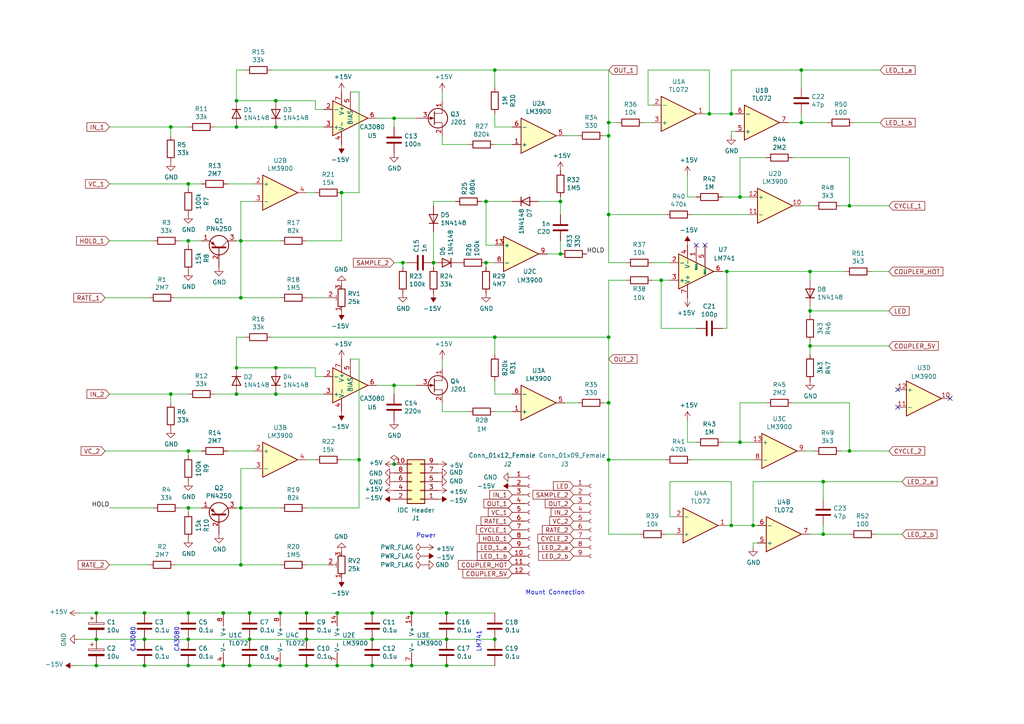
<source format=kicad_sch>
(kicad_sch (version 20230121) (generator eeschema)
  (paper "A4")
  (title_block (title "Smooth and Stepped Generator") (date "2020-05-24") (rev "02") (comment 1 "Original design by Ken Stone") (comment 2 "Schema for main circuit") (comment 4 "License CC BY 4.0 - Attribution 4.0 International"))
  (junction (at 69.85 163.83))
  (junction (at 41.91 177.8))
  (junction (at 162.56 73.66))
  (junction (at 54.61 130.81))
  (junction (at 54.61 185.42))
  (junction (at 27.94 177.8))
  (junction (at 176.53 97.79))
  (junction (at 41.91 185.42))
  (junction (at 143.51 97.79))
  (junction (at 41.91 193.04))
  (junction (at 162.56 58.42))
  (junction (at 88.9 193.04))
  (junction (at 129.54 193.04))
  (junction (at 80.01 29.21))
  (junction (at 80.01 36.83))
  (junction (at 114.3 34.29))
  (junction (at 107.95 177.8))
  (junction (at 176.53 62.23))
  (junction (at 191.77 81.28))
  (junction (at 212.09 152.4))
  (junction (at 140.97 76.2))
  (junction (at 232.41 20.32))
  (junction (at 129.54 185.42))
  (junction (at 68.58 36.83))
  (junction (at 64.77 177.8))
  (junction (at 114.3 111.76))
  (junction (at 214.63 57.15))
  (junction (at 234.95 78.74))
  (junction (at 116.84 76.2))
  (junction (at 143.51 20.32))
  (junction (at 176.53 39.37))
  (junction (at 125.73 76.2))
  (junction (at 72.39 193.04))
  (junction (at 212.09 33.02))
  (junction (at 69.85 86.36))
  (junction (at 97.79 177.8))
  (junction (at 246.38 130.81))
  (junction (at 246.38 59.69))
  (junction (at 107.95 185.42))
  (junction (at 129.54 177.8))
  (junction (at 214.63 128.27))
  (junction (at 114.3 134.62))
  (junction (at 218.44 152.4))
  (junction (at 234.95 100.33))
  (junction (at 176.53 116.84))
  (junction (at 88.9 177.8))
  (junction (at 49.53 114.3))
  (junction (at 81.28 177.8))
  (junction (at 27.94 185.42))
  (junction (at 80.01 114.3))
  (junction (at 49.53 36.83))
  (junction (at 54.61 177.8))
  (junction (at 64.77 193.04))
  (junction (at 119.38 193.04))
  (junction (at 238.76 154.94))
  (junction (at 72.39 185.42))
  (junction (at 54.61 53.34))
  (junction (at 104.14 133.35))
  (junction (at 27.94 193.04))
  (junction (at 232.41 35.56))
  (junction (at 238.76 139.7))
  (junction (at 72.39 177.8))
  (junction (at 234.95 90.17))
  (junction (at 80.01 106.68))
  (junction (at 176.53 133.35))
  (junction (at 81.28 193.04))
  (junction (at 119.38 177.8))
  (junction (at 69.85 147.32))
  (junction (at 54.61 147.32))
  (junction (at 97.79 193.04))
  (junction (at 205.74 33.02))
  (junction (at 140.97 58.42))
  (junction (at 54.61 193.04))
  (junction (at 69.85 69.85))
  (junction (at 54.61 69.85))
  (junction (at 143.51 185.42))
  (junction (at 68.58 106.68))
  (junction (at 176.53 35.56))
  (junction (at 68.58 114.3))
  (junction (at 88.9 185.42))
  (junction (at 68.58 29.21))
  (junction (at 210.82 78.74))
  (junction (at 99.06 55.88))
  (junction (at 107.95 193.04))
  (no_connect (at 204.47 71.12))
  (no_connect (at 201.93 71.12))
  (no_connect (at 260.35 113.03))
  (no_connect (at 260.35 118.11))
  (no_connect (at 275.59 115.57))
  (wire (pts (xy 107.95 185.42) (xy 129.54 185.42)))
  (wire (pts (xy 217.17 57.15) (xy 214.63 57.15)))
  (wire (pts (xy 49.53 116.84) (xy 49.53 114.3)))
  (wire (pts (xy 21.59 193.04) (xy 27.94 193.04)))
  (wire (pts (xy 81.28 163.83) (xy 69.85 163.83)))
  (wire (pts (xy 54.61 54.61) (xy 54.61 53.34)))
  (wire (pts (xy 194.31 81.28) (xy 191.77 81.28)))
  (wire (pts (xy 99.06 55.88) (xy 104.14 55.88)))
  (wire (pts (xy 261.62 139.7) (xy 238.76 139.7)))
  (wire (pts (xy 176.53 62.23) (xy 176.53 76.2)))
  (wire (pts (xy 232.41 20.32) (xy 212.09 20.32)))
  (wire (pts (xy 143.51 20.32) (xy 176.53 20.32)))
  (wire (pts (xy 120.65 34.29) (xy 114.3 34.29)))
  (wire (pts (xy 128.27 29.21) (xy 128.27 26.67)))
  (wire (pts (xy 49.53 114.3) (xy 54.61 114.3)))
  (wire (pts (xy 179.07 35.56) (xy 176.53 35.56)))
  (wire (pts (xy 132.08 58.42) (xy 125.73 58.42)))
  (wire (pts (xy 191.77 81.28) (xy 189.23 81.28)))
  (wire (pts (xy 54.61 193.04) (xy 64.77 193.04)))
  (wire (pts (xy 119.38 193.04) (xy 129.54 193.04)))
  (wire (pts (xy 91.44 29.21) (xy 80.01 29.21)))
  (wire (pts (xy 234.95 78.74) (xy 245.11 78.74)))
  (wire (pts (xy 78.74 20.32) (xy 143.51 20.32)))
  (wire (pts (xy 91.44 31.75) (xy 91.44 29.21)))
  (wire (pts (xy 143.51 97.79) (xy 176.53 97.79)))
  (wire (pts (xy 116.84 77.47) (xy 116.84 76.2)))
  (wire (pts (xy 54.61 71.12) (xy 54.61 69.85)))
  (wire (pts (xy 218.44 128.27) (xy 214.63 128.27)))
  (wire (pts (xy 176.53 39.37) (xy 176.53 62.23)))
  (wire (pts (xy 210.82 78.74) (xy 234.95 78.74)))
  (wire (pts (xy 81.28 193.04) (xy 88.9 193.04)))
  (wire (pts (xy 97.79 177.8) (xy 107.95 177.8)))
  (wire (pts (xy 97.79 193.04) (xy 107.95 193.04)))
  (wire (pts (xy 93.98 31.75) (xy 91.44 31.75)))
  (wire (pts (xy 176.53 81.28) (xy 176.53 97.79)))
  (wire (pts (xy 140.97 76.2) (xy 143.51 76.2)))
  (wire (pts (xy 240.03 35.56) (xy 232.41 35.56)))
  (wire (pts (xy 261.62 154.94) (xy 254 154.94)))
  (wire (pts (xy 68.58 97.79) (xy 71.12 97.79)))
  (wire (pts (xy 209.55 57.15) (xy 214.63 57.15)))
  (wire (pts (xy 162.56 58.42) (xy 162.56 62.23)))
  (wire (pts (xy 68.58 36.83) (xy 80.01 36.83)))
  (wire (pts (xy 181.61 81.28) (xy 176.53 81.28)))
  (wire (pts (xy 69.85 147.32) (xy 68.58 147.32)))
  (wire (pts (xy 143.51 36.83) (xy 143.51 33.02)))
  (wire (pts (xy 129.54 193.04) (xy 143.51 193.04)))
  (wire (pts (xy 212.09 139.7) (xy 212.09 152.4)))
  (wire (pts (xy 212.09 33.02) (xy 205.74 33.02)))
  (wire (pts (xy 234.95 90.17) (xy 234.95 88.9)))
  (wire (pts (xy 69.85 163.83) (xy 50.8 163.83)))
  (wire (pts (xy 214.63 45.72) (xy 214.63 57.15)))
  (wire (pts (xy 104.14 104.14) (xy 101.6 104.14)))
  (wire (pts (xy 222.25 116.84) (xy 214.63 116.84)))
  (wire (pts (xy 88.9 185.42) (xy 107.95 185.42)))
  (wire (pts (xy 88.9 193.04) (xy 97.79 193.04)))
  (wire (pts (xy 191.77 95.25) (xy 201.93 95.25)))
  (wire (pts (xy 199.39 50.8) (xy 199.39 57.15)))
  (wire (pts (xy 194.31 76.2) (xy 189.23 76.2)))
  (wire (pts (xy 66.04 53.34) (xy 73.66 53.34)))
  (wire (pts (xy 68.58 114.3) (xy 80.01 114.3)))
  (wire (pts (xy 143.51 36.83) (xy 148.59 36.83)))
  (wire (pts (xy 78.74 97.79) (xy 143.51 97.79)))
  (wire (pts (xy 255.27 20.32) (xy 232.41 20.32)))
  (wire (pts (xy 234.95 100.33) (xy 234.95 102.87)))
  (wire (pts (xy 69.85 69.85) (xy 69.85 86.36)))
  (wire (pts (xy 52.07 147.32) (xy 54.61 147.32)))
  (wire (pts (xy 64.77 177.8) (xy 72.39 177.8)))
  (wire (pts (xy 88.9 147.32) (xy 104.14 147.32)))
  (wire (pts (xy 69.85 147.32) (xy 81.28 147.32)))
  (wire (pts (xy 31.75 53.34) (xy 54.61 53.34)))
  (wire (pts (xy 54.61 132.08) (xy 54.61 130.81)))
  (wire (pts (xy 212.09 20.32) (xy 212.09 33.02)))
  (wire (pts (xy 104.14 55.88) (xy 104.14 26.67)))
  (wire (pts (xy 176.53 97.79) (xy 176.53 116.84)))
  (wire (pts (xy 31.75 69.85) (xy 44.45 69.85)))
  (wire (pts (xy 213.36 33.02) (xy 212.09 33.02)))
  (wire (pts (xy 72.39 185.42) (xy 88.9 185.42)))
  (wire (pts (xy 69.85 86.36) (xy 50.8 86.36)))
  (wire (pts (xy 257.81 100.33) (xy 234.95 100.33)))
  (wire (pts (xy 91.44 55.88) (xy 88.9 55.88)))
  (wire (pts (xy 69.85 58.42) (xy 69.85 69.85)))
  (wire (pts (xy 199.39 121.92) (xy 199.39 128.27)))
  (wire (pts (xy 99.06 133.35) (xy 104.14 133.35)))
  (wire (pts (xy 66.04 130.81) (xy 73.66 130.81)))
  (wire (pts (xy 176.53 154.94) (xy 185.42 154.94)))
  (wire (pts (xy 128.27 104.14) (xy 128.27 106.68)))
  (wire (pts (xy 109.22 34.29) (xy 114.3 34.29)))
  (wire (pts (xy 143.51 41.91) (xy 148.59 41.91)))
  (wire (pts (xy 195.58 149.86) (xy 194.31 149.86)))
  (wire (pts (xy 233.68 130.81) (xy 236.22 130.81)))
  (wire (pts (xy 176.53 35.56) (xy 176.53 39.37)))
  (wire (pts (xy 212.09 152.4) (xy 210.82 152.4)))
  (wire (pts (xy 175.26 116.84) (xy 176.53 116.84)))
  (wire (pts (xy 218.44 152.4) (xy 212.09 152.4)))
  (wire (pts (xy 31.75 163.83) (xy 43.18 163.83)))
  (wire (pts (xy 140.97 77.47) (xy 140.97 76.2)))
  (wire (pts (xy 107.95 177.8) (xy 119.38 177.8)))
  (wire (pts (xy 176.53 20.32) (xy 176.53 35.56)))
  (wire (pts (xy 189.23 30.48) (xy 187.96 30.48)))
  (wire (pts (xy 257.81 59.69) (xy 246.38 59.69)))
  (wire (pts (xy 246.38 45.72) (xy 246.38 59.69)))
  (wire (pts (xy 80.01 36.83) (xy 93.98 36.83)))
  (wire (pts (xy 31.75 36.83) (xy 49.53 36.83)))
  (wire (pts (xy 246.38 154.94) (xy 238.76 154.94)))
  (wire (pts (xy 140.97 58.42) (xy 139.7 58.42)))
  (wire (pts (xy 135.89 119.38) (xy 128.27 119.38)))
  (wire (pts (xy 158.75 73.66) (xy 162.56 73.66)))
  (wire (pts (xy 210.82 95.25) (xy 210.82 78.74)))
  (wire (pts (xy 218.44 157.48) (xy 218.44 158.75)))
  (wire (pts (xy 69.85 69.85) (xy 81.28 69.85)))
  (wire (pts (xy 72.39 177.8) (xy 81.28 177.8)))
  (wire (pts (xy 54.61 69.85) (xy 58.42 69.85)))
  (wire (pts (xy 143.51 102.87) (xy 143.51 97.79)))
  (wire (pts (xy 191.77 95.25) (xy 191.77 81.28)))
  (wire (pts (xy 143.51 25.4) (xy 143.51 20.32)))
  (wire (pts (xy 135.89 41.91) (xy 128.27 41.91)))
  (wire (pts (xy 99.06 69.85) (xy 99.06 55.88)))
  (wire (pts (xy 114.3 111.76) (xy 120.65 111.76)))
  (wire (pts (xy 91.44 109.22) (xy 91.44 106.68)))
  (wire (pts (xy 162.56 69.85) (xy 162.56 73.66)))
  (wire (pts (xy 81.28 86.36) (xy 69.85 86.36)))
  (wire (pts (xy 72.39 193.04) (xy 81.28 193.04)))
  (wire (pts (xy 62.23 114.3) (xy 68.58 114.3)))
  (wire (pts (xy 27.94 193.04) (xy 41.91 193.04)))
  (wire (pts (xy 222.25 45.72) (xy 214.63 45.72)))
  (wire (pts (xy 91.44 106.68) (xy 80.01 106.68)))
  (wire (pts (xy 81.28 177.8) (xy 88.9 177.8)))
  (wire (pts (xy 229.87 45.72) (xy 246.38 45.72)))
  (wire (pts (xy 199.39 57.15) (xy 201.93 57.15)))
  (wire (pts (xy 232.41 20.32) (xy 232.41 25.4)))
  (wire (pts (xy 125.73 58.42) (xy 125.73 59.69)))
  (wire (pts (xy 238.76 139.7) (xy 218.44 139.7)))
  (wire (pts (xy 218.44 139.7) (xy 218.44 152.4)))
  (wire (pts (xy 22.86 185.42) (xy 27.94 185.42)))
  (wire (pts (xy 234.95 91.44) (xy 234.95 90.17)))
  (wire (pts (xy 80.01 114.3) (xy 93.98 114.3)))
  (wire (pts (xy 234.95 81.28) (xy 234.95 78.74)))
  (wire (pts (xy 114.3 76.2) (xy 116.84 76.2)))
  (wire (pts (xy 209.55 128.27) (xy 214.63 128.27)))
  (wire (pts (xy 234.95 90.17) (xy 257.81 90.17)))
  (wire (pts (xy 128.27 41.91) (xy 128.27 39.37)))
  (wire (pts (xy 119.38 177.8) (xy 129.54 177.8)))
  (wire (pts (xy 234.95 99.06) (xy 234.95 100.33)))
  (wire (pts (xy 205.74 20.32) (xy 205.74 33.02)))
  (wire (pts (xy 156.21 58.42) (xy 162.56 58.42)))
  (wire (pts (xy 238.76 152.4) (xy 238.76 154.94)))
  (wire (pts (xy 143.51 71.12) (xy 140.97 71.12)))
  (wire (pts (xy 80.01 106.68) (xy 68.58 106.68)))
  (wire (pts (xy 30.48 130.81) (xy 54.61 130.81)))
  (wire (pts (xy 116.84 76.2) (xy 118.11 76.2)))
  (wire (pts (xy 232.41 35.56) (xy 228.6 35.56)))
  (wire (pts (xy 22.86 177.8) (xy 27.94 177.8)))
  (wire (pts (xy 41.91 177.8) (xy 54.61 177.8)))
  (wire (pts (xy 68.58 20.32) (xy 71.12 20.32)))
  (wire (pts (xy 181.61 76.2) (xy 176.53 76.2)))
  (wire (pts (xy 200.66 133.35) (xy 218.44 133.35)))
  (wire (pts (xy 246.38 130.81) (xy 243.84 130.81)))
  (wire (pts (xy 213.36 38.1) (xy 212.09 38.1)))
  (wire (pts (xy 128.27 119.38) (xy 128.27 116.84)))
  (wire (pts (xy 64.77 193.04) (xy 72.39 193.04)))
  (wire (pts (xy 107.95 193.04) (xy 119.38 193.04)))
  (wire (pts (xy 27.94 177.8) (xy 41.91 177.8)))
  (wire (pts (xy 238.76 154.94) (xy 234.95 154.94)))
  (wire (pts (xy 232.41 33.02) (xy 232.41 35.56)))
  (wire (pts (xy 93.98 109.22) (xy 91.44 109.22)))
  (wire (pts (xy 252.73 78.74) (xy 257.81 78.74)))
  (wire (pts (xy 104.14 133.35) (xy 104.14 104.14)))
  (wire (pts (xy 68.58 20.32) (xy 68.58 29.21)))
  (wire (pts (xy 31.75 147.32) (xy 44.45 147.32)))
  (wire (pts (xy 54.61 53.34) (xy 58.42 53.34)))
  (wire (pts (xy 104.14 26.67) (xy 101.6 26.67)))
  (wire (pts (xy 69.85 135.89) (xy 73.66 135.89)))
  (wire (pts (xy 200.66 62.23) (xy 217.17 62.23)))
  (wire (pts (xy 143.51 119.38) (xy 148.59 119.38)))
  (wire (pts (xy 212.09 38.1) (xy 212.09 39.37)))
  (wire (pts (xy 229.87 116.84) (xy 246.38 116.84)))
  (wire (pts (xy 80.01 29.21) (xy 68.58 29.21)))
  (wire (pts (xy 176.53 133.35) (xy 176.53 154.94)))
  (wire (pts (xy 193.04 62.23) (xy 176.53 62.23)))
  (wire (pts (xy 41.91 193.04) (xy 54.61 193.04)))
  (wire (pts (xy 176.53 116.84) (xy 176.53 133.35)))
  (wire (pts (xy 219.71 152.4) (xy 218.44 152.4)))
  (wire (pts (xy 193.04 133.35) (xy 176.53 133.35)))
  (wire (pts (xy 257.81 130.81) (xy 246.38 130.81)))
  (wire (pts (xy 27.94 185.42) (xy 41.91 185.42)))
  (wire (pts (xy 143.51 114.3) (xy 143.51 110.49)))
  (wire (pts (xy 148.59 58.42) (xy 140.97 58.42)))
  (wire (pts (xy 109.22 111.76) (xy 114.3 111.76)))
  (wire (pts (xy 30.48 86.36) (xy 43.18 86.36)))
  (wire (pts (xy 236.22 59.69) (xy 232.41 59.69)))
  (wire (pts (xy 246.38 59.69) (xy 243.84 59.69)))
  (wire (pts (xy 143.51 114.3) (xy 148.59 114.3)))
  (wire (pts (xy 95.25 86.36) (xy 88.9 86.36)))
  (wire (pts (xy 195.58 154.94) (xy 193.04 154.94)))
  (wire (pts (xy 205.74 33.02) (xy 204.47 33.02)))
  (wire (pts (xy 88.9 177.8) (xy 97.79 177.8)))
  (wire (pts (xy 238.76 139.7) (xy 238.76 144.78)))
  (wire (pts (xy 187.96 20.32) (xy 187.96 30.48)))
  (wire (pts (xy 205.74 20.32) (xy 187.96 20.32)))
  (wire (pts (xy 255.27 35.56) (xy 247.65 35.56)))
  (wire (pts (xy 129.54 177.8) (xy 143.51 177.8)))
  (wire (pts (xy 54.61 185.42) (xy 72.39 185.42)))
  (wire (pts (xy 163.83 39.37) (xy 167.64 39.37)))
  (wire (pts (xy 114.3 114.3) (xy 114.3 111.76)))
  (wire (pts (xy 125.73 67.31) (xy 125.73 76.2)))
  (wire (pts (xy 95.25 163.83) (xy 88.9 163.83)))
  (wire (pts (xy 54.61 177.8) (xy 64.77 177.8)))
  (wire (pts (xy 52.07 69.85) (xy 54.61 69.85)))
  (wire (pts (xy 129.54 185.42) (xy 143.51 185.42)))
  (wire (pts (xy 104.14 147.32) (xy 104.14 133.35)))
  (wire (pts (xy 68.58 97.79) (xy 68.58 106.68)))
  (wire (pts (xy 212.09 139.7) (xy 194.31 139.7)))
  (wire (pts (xy 69.85 135.89) (xy 69.85 147.32)))
  (wire (pts (xy 214.63 116.84) (xy 214.63 128.27)))
  (wire (pts (xy 125.73 77.47) (xy 125.73 76.2)))
  (wire (pts (xy 189.23 35.56) (xy 186.69 35.56)))
  (wire (pts (xy 176.53 39.37) (xy 175.26 39.37)))
  (wire (pts (xy 54.61 148.59) (xy 54.61 147.32)))
  (wire (pts (xy 54.61 147.32) (xy 58.42 147.32)))
  (wire (pts (xy 54.61 130.81) (xy 58.42 130.81)))
  (wire (pts (xy 163.83 116.84) (xy 167.64 116.84)))
  (wire (pts (xy 162.56 57.15) (xy 162.56 58.42)))
  (wire (pts (xy 49.53 39.37) (xy 49.53 36.83)))
  (wire (pts (xy 41.91 185.42) (xy 54.61 185.42)))
  (wire (pts (xy 49.53 36.83) (xy 54.61 36.83)))
  (wire (pts (xy 209.55 78.74) (xy 210.82 78.74)))
  (wire (pts (xy 73.66 58.42) (xy 69.85 58.42)))
  (wire (pts (xy 114.3 36.83) (xy 114.3 34.29)))
  (wire (pts (xy 140.97 71.12) (xy 140.97 58.42)))
  (wire (pts (xy 69.85 69.85) (xy 68.58 69.85)))
  (wire (pts (xy 194.31 139.7) (xy 194.31 149.86)))
  (wire (pts (xy 199.39 128.27) (xy 201.93 128.27)))
  (wire (pts (xy 219.71 157.48) (xy 218.44 157.48)))
  (wire (pts (xy 69.85 147.32) (xy 69.85 163.83)))
  (wire (pts (xy 62.23 36.83) (xy 68.58 36.83)))
  (wire (pts (xy 31.75 114.3) (xy 49.53 114.3)))
  (wire (pts (xy 246.38 116.84) (xy 246.38 130.81)))
  (wire (pts (xy 88.9 69.85) (xy 99.06 69.85)))
  (wire (pts (xy 91.44 133.35) (xy 88.9 133.35)))
  (wire (pts (xy 210.82 95.25) (xy 209.55 95.25)))
  (text "CA3080" (at 39.37 189.23 90) (effects (font (size 1.27 1.27)) (justify left bottom)))
  (text "CA3080" (at 52.07 189.23 90) (effects (font (size 1.27 1.27)) (justify left bottom)))
  (text "Power" (at 120.65 156.21 0) (effects (font (size 1.27 1.27)) (justify left bottom)))
  (text "LM741" (at 139.7 189.23 90) (effects (font (size 1.27 1.27)) (justify left bottom)))
  (text "Mount Connection" (at 152.4 172.72 0) (effects (font (size 1.27 1.27)) (justify left bottom)))
  (label "HOLD" (at 170.18 73.66 0))
  (label "HOLD" (at 31.75 147.32 180))
  (global_label "SAMPLE_2" (shape input) (at 114.3 76.2 180) (property "Intersheetrefs" "${INTERSHEET_REFS}" (effects hide)))
  (global_label "LED_2_a" (shape input) (at 261.62 139.7 0) (property "Intersheetrefs" "${INTERSHEET_REFS}" (effects hide)))
  (global_label "OUT_1" (shape input) (at 148.59 146.05 180) (property "Intersheetrefs" "${INTERSHEET_REFS}" (effects hide)))
  (global_label "RATE_1" (shape input) (at 30.48 86.36 180) (property "Intersheetrefs" "${INTERSHEET_REFS}" (effects hide)))
  (global_label "OUT_2" (shape input) (at 166.37 146.05 180) (property "Intersheetrefs" "${INTERSHEET_REFS}" (effects hide)))
  (global_label "VC_1" (shape input) (at 148.59 148.59 180) (property "Intersheetrefs" "${INTERSHEET_REFS}" (effects hide)))
  (global_label "LED_1_b" (shape input) (at 255.27 35.56 0) (property "Intersheetrefs" "${INTERSHEET_REFS}" (effects hide)))
  (global_label "COUPLER_HOT" (shape input) (at 257.81 78.74 0) (property "Intersheetrefs" "${INTERSHEET_REFS}" (effects hide)))
  (global_label "IN_2" (shape input) (at 166.37 148.59 180) (property "Intersheetrefs" "${INTERSHEET_REFS}" (effects hide)))
  (global_label "LED_1_a" (shape input) (at 148.59 158.75 180) (property "Intersheetrefs" "${INTERSHEET_REFS}" (effects hide)))
  (global_label "OUT_1" (shape input) (at 176.53 20.32 0) (property "Intersheetrefs" "${INTERSHEET_REFS}" (effects hide)))
  (global_label "LED" (shape input) (at 257.81 90.17 0) (property "Intersheetrefs" "${INTERSHEET_REFS}" (effects hide)))
  (global_label "CYCLE_2" (shape input) (at 166.37 156.21 180) (property "Intersheetrefs" "${INTERSHEET_REFS}" (effects hide)))
  (global_label "LED_1_a" (shape input) (at 255.27 20.32 0) (property "Intersheetrefs" "${INTERSHEET_REFS}" (effects hide)))
  (global_label "LED" (shape input) (at 166.37 140.97 180) (property "Intersheetrefs" "${INTERSHEET_REFS}" (effects hide)))
  (global_label "HOLD_1" (shape input) (at 148.59 156.21 180) (property "Intersheetrefs" "${INTERSHEET_REFS}" (effects hide)))
  (global_label "LED_2_b" (shape input) (at 166.37 161.29 180) (property "Intersheetrefs" "${INTERSHEET_REFS}" (effects hide)))
  (global_label "VC_1" (shape input) (at 31.75 53.34 180) (property "Intersheetrefs" "${INTERSHEET_REFS}" (effects hide)))
  (global_label "CYCLE_2" (shape input) (at 257.81 130.81 0) (property "Intersheetrefs" "${INTERSHEET_REFS}" (effects hide)))
  (global_label "IN_1" (shape input) (at 148.59 143.51 180) (property "Intersheetrefs" "${INTERSHEET_REFS}" (effects hide)))
  (global_label "IN_2" (shape input) (at 31.75 114.3 180) (property "Intersheetrefs" "${INTERSHEET_REFS}" (effects hide)))
  (global_label "LED_2_b" (shape input) (at 261.62 154.94 0) (property "Intersheetrefs" "${INTERSHEET_REFS}" (effects hide)))
  (global_label "CYCLE_1" (shape input) (at 257.81 59.69 0) (property "Intersheetrefs" "${INTERSHEET_REFS}" (effects hide)))
  (global_label "COUPLER_HOT" (shape input) (at 148.59 163.83 180) (property "Intersheetrefs" "${INTERSHEET_REFS}" (effects hide)))
  (global_label "VC_2" (shape input) (at 166.37 151.13 180) (property "Intersheetrefs" "${INTERSHEET_REFS}" (effects hide)))
  (global_label "CYCLE_1" (shape input) (at 148.59 153.67 180) (property "Intersheetrefs" "${INTERSHEET_REFS}" (effects hide)))
  (global_label "HOLD_1" (shape input) (at 31.75 69.85 180) (property "Intersheetrefs" "${INTERSHEET_REFS}" (effects hide)))
  (global_label "OUT_2" (shape input) (at 176.53 104.14 0) (property "Intersheetrefs" "${INTERSHEET_REFS}" (effects hide)))
  (global_label "IN_1" (shape input) (at 31.75 36.83 180) (property "Intersheetrefs" "${INTERSHEET_REFS}" (effects hide)))
  (global_label "LED_2_a" (shape input) (at 166.37 158.75 180) (property "Intersheetrefs" "${INTERSHEET_REFS}" (effects hide)))
  (global_label "COUPLER_5V" (shape input) (at 148.59 166.37 180) (property "Intersheetrefs" "${INTERSHEET_REFS}" (effects hide)))
  (global_label "VC_2" (shape input) (at 30.48 130.81 180) (property "Intersheetrefs" "${INTERSHEET_REFS}" (effects hide)))
  (global_label "RATE_2" (shape input) (at 166.37 153.67 180) (property "Intersheetrefs" "${INTERSHEET_REFS}" (effects hide)))
  (global_label "SAMPLE_2" (shape input) (at 166.37 143.51 180) (property "Intersheetrefs" "${INTERSHEET_REFS}" (effects hide)))
  (global_label "LED_1_b" (shape input) (at 148.59 161.29 180) (property "Intersheetrefs" "${INTERSHEET_REFS}" (effects hide)))
  (global_label "RATE_1" (shape input) (at 148.59 151.13 180) (property "Intersheetrefs" "${INTERSHEET_REFS}" (effects hide)))
  (global_label "COUPLER_5V" (shape input) (at 257.81 100.33 0) (property "Intersheetrefs" "${INTERSHEET_REFS}" (effects hide)))
  (global_label "RATE_2" (shape input) (at 31.75 163.83 180) (property "Intersheetrefs" "${INTERSHEET_REFS}" (effects hide)))
  (symbol (lib_id "power:+15V") (at 22.86 177.8 90) (unit 1)
    (property "Reference" "#PWR02" (effects hide))
    (property "Value" "+15V" (at 19.6088 177.419 90) (effects (justify left)))
  )
  (symbol (lib_id "Device:C_Polarized") (at 27.94 181.61 0) (unit 1)
    (property "Reference" "C1" (at 30.9372 180.4416 0) (effects (justify left)))
    (property "Value" "10u" (at 30.9372 182.753 0) (effects (justify left)))
    (property "Footprint" "Capacitor_THT:CP_Radial_D5.0mm_P2.50mm" (effects hide))
  )
  (symbol (lib_id "Device:C_Polarized") (at 27.94 189.23 0) (unit 1)
    (property "Reference" "C2" (at 30.9372 188.0616 0) (effects (justify left)))
    (property "Value" "10u" (at 30.9372 190.373 0) (effects (justify left)))
    (property "Footprint" "Capacitor_THT:CP_Radial_D5.0mm_P2.50mm" (effects hide))
  )
  (symbol (lib_id "power:GND") (at 22.86 185.42 270) (unit 1)
    (property "Reference" "#PWR03" (effects hide))
    (property "Value" "GND" (at 18.4658 185.547 0))
  )
  (symbol (lib_id "Device:C") (at 88.9 181.61 0) (unit 1)
    (property "Reference" "C9" (at 91.821 180.4416 0) (effects (justify left)))
    (property "Value" "0.1u" (at 91.821 182.753 0) (effects (justify left)))
    (property "Footprint" "Capacitor_THT:C_Disc_D3.4mm_W2.1mm_P2.50mm" (effects hide))
  )
  (symbol (lib_id "Device:C") (at 88.9 189.23 0) (unit 1)
    (property "Reference" "C10" (at 91.821 188.0616 0) (effects (justify left)))
    (property "Value" "0.1u" (at 91.821 190.373 0) (effects (justify left)))
    (property "Footprint" "Capacitor_THT:C_Disc_D3.4mm_W2.1mm_P2.50mm" (effects hide))
  )
  (symbol (lib_id "Device:C") (at 107.95 181.61 0) (unit 1)
    (property "Reference" "C11" (at 110.871 180.4416 0) (effects (justify left)))
    (property "Value" "0.1u" (at 110.871 182.753 0) (effects (justify left)))
    (property "Footprint" "Capacitor_THT:C_Disc_D3.4mm_W2.1mm_P2.50mm" (effects hide))
  )
  (symbol (lib_id "Device:C") (at 107.95 189.23 0) (unit 1)
    (property "Reference" "C12" (at 110.871 188.0616 0) (effects (justify left)))
    (property "Value" "0.1u" (at 110.871 190.373 0) (effects (justify left)))
    (property "Footprint" "Capacitor_THT:C_Disc_D3.4mm_W2.1mm_P2.50mm" (effects hide))
  )
  (symbol (lib_id "power:PWR_FLAG") (at 123.19 158.75 90) (unit 1)
    (property "Reference" "#FLG02" (effects hide))
    (property "Value" "PWR_FLAG" (at 119.9388 158.75 90) (effects (justify left)))
  )
  (symbol (lib_id "power:-15V") (at 21.59 193.04 90) (unit 1)
    (property "Reference" "#PWR01" (effects hide))
    (property "Value" "-15V" (at 18.3388 192.659 90) (effects (justify left)))
  )
  (symbol (lib_id "Connector_Generic:Conn_02x05_Odd_Even") (at 121.92 139.7 180) (unit 1)
    (property "Reference" "J1" (at 120.65 150.2918 0))
    (property "Value" "IDC Header" (at 120.65 147.9804 0))
    (property "Footprint" "Connector_IDC:IDC-Header_2x05_P2.54mm_Vertical" (effects hide))
  )
  (symbol (lib_id "power:+15V") (at 114.3 142.24 90) (unit 1)
    (property "Reference" "#PWR025" (effects hide))
    (property "Value" "+15V" (at 111.0488 141.859 90) (effects (justify left)))
  )
  (symbol (lib_id "power:+15V") (at 127 142.24 270) (unit 1)
    (property "Reference" "#PWR035" (effects hide))
    (property "Value" "+15V" (at 130.2512 142.621 90) (effects (justify left)))
  )
  (symbol (lib_id "power:-15V") (at 114.3 144.78 90) (unit 1)
    (property "Reference" "#PWR026" (effects hide))
    (property "Value" "-15V" (at 111.0488 144.399 90) (effects (justify left)))
  )
  (symbol (lib_id "power:-15V") (at 127 144.78 270) (unit 1)
    (property "Reference" "#PWR036" (effects hide))
    (property "Value" "-15V" (at 130.2512 145.161 90) (effects (justify left)))
  )
  (symbol (lib_id "power:GND") (at 114.3 139.7 270) (unit 1)
    (property "Reference" "#PWR024" (effects hide))
    (property "Value" "GND" (at 111.0488 139.827 90) (effects (justify right)))
  )
  (symbol (lib_id "power:GND") (at 114.3 137.16 270) (unit 1)
    (property "Reference" "#PWR023" (effects hide))
    (property "Value" "GND" (at 111.0488 137.287 90) (effects (justify right)))
  )
  (symbol (lib_id "power:GND") (at 127 137.16 90) (unit 1)
    (property "Reference" "#PWR033" (effects hide))
    (property "Value" "GND" (at 130.2512 137.033 90) (effects (justify right)))
  )
  (symbol (lib_id "power:GND") (at 127 139.7 90) (unit 1)
    (property "Reference" "#PWR034" (effects hide))
    (property "Value" "GND" (at 130.2512 139.573 90) (effects (justify right)))
  )
  (symbol (lib_id "power:+5V") (at 127 134.62 270) (unit 1)
    (property "Reference" "#PWR032" (effects hide))
    (property "Value" "+5V" (at 130.2512 135.001 90) (effects (justify left)))
  )
  (symbol (lib_id "power:+5V") (at 114.3 134.62 90) (unit 1)
    (property "Reference" "#PWR022" (effects hide))
    (property "Value" "+5V" (at 111.0488 134.239 90) (effects (justify left)))
  )
  (symbol (lib_id "power:PWR_FLAG") (at 114.3 134.62 0) (unit 1)
    (property "Reference" "#FLG01" (effects hide))
    (property "Value" "PWR_FLAG" (effects hide))
  )
  (symbol (lib_id "power:+15V") (at 123.19 158.75 270) (unit 1)
    (property "Reference" "#PWR028" (effects hide))
    (property "Value" "+15V" (at 126.4412 159.131 90) (effects (justify left)))
  )
  (symbol (lib_id "power:-15V") (at 123.19 161.29 270) (unit 1)
    (property "Reference" "#PWR029" (effects hide))
    (property "Value" "-15V" (at 126.4412 161.671 90) (effects (justify left)))
  )
  (symbol (lib_id "power:GND") (at 123.19 163.83 90) (unit 1)
    (property "Reference" "#PWR030" (effects hide))
    (property "Value" "GND" (at 128.27 163.83 90))
  )
  (symbol (lib_id "power:PWR_FLAG") (at 123.19 161.29 90) (unit 1)
    (property "Reference" "#FLG03" (effects hide))
    (property "Value" "PWR_FLAG" (at 119.9388 161.29 90) (effects (justify left)))
  )
  (symbol (lib_id "power:PWR_FLAG") (at 123.19 163.83 90) (unit 1)
    (property "Reference" "#FLG04" (effects hide))
    (property "Value" "PWR_FLAG" (at 119.9388 163.83 90) (effects (justify left)))
  )
  (symbol (lib_id "Amplifier_Operational:CA3080") (at 101.6 34.29 0) (unit 1)
    (property "Reference" "U5" (at 107.95 39.37 0))
    (property "Value" "CA3080" (at 107.95 36.83 0))
    (property "Footprint" "Package_DIP:DIP-8_W7.62mm_Socket" (effects hide))
    (property "Datasheet" "http://www.intersil.com/content/dam/Intersil/documents/ca30/ca3080-a.pdf" (effects hide))
  )
  (symbol (lib_id "Diode:1N4148") (at 80.01 33.02 90) (unit 1)
    (property "Reference" "D3" (at 82.0166 31.8516 90) (effects (justify right)))
    (property "Value" "1N4148" (at 82.0166 34.163 90) (effects (justify right)))
    (property "Footprint" "Diode_THT:D_DO-35_SOD27_P2.54mm_Vertical_KathodeUp" (effects hide))
    (property "Datasheet" "https://assets.nexperia.com/documents/data-sheet/1N4148_1N4448.pdf" (effects hide))
  )
  (symbol (lib_id "Diode:1N4148") (at 68.58 33.02 270) (unit 1)
    (property "Reference" "D1" (at 70.5866 31.8516 90) (effects (justify left)))
    (property "Value" "1N4148" (at 70.5866 34.163 90) (effects (justify left)))
    (property "Footprint" "Diode_THT:D_DO-35_SOD27_P2.54mm_Vertical_KathodeUp" (effects hide))
    (property "Datasheet" "https://assets.nexperia.com/documents/data-sheet/1N4148_1N4448.pdf" (effects hide))
  )
  (symbol (lib_id "Device:R") (at 58.42 36.83 270) (unit 1)
    (property "Reference" "R11" (at 58.42 31.5722 90))
    (property "Value" "33k" (at 58.42 33.8836 90))
    (property "Footprint" "Resistor_THT:R_Axial_DIN0207_L6.3mm_D2.5mm_P10.16mm_Horizontal" (effects hide))
  )
  (symbol (lib_id "Device:R") (at 49.53 43.18 180) (unit 1)
    (property "Reference" "R5" (at 51.308 42.0116 0) (effects (justify right)))
    (property "Value" "33k" (at 51.308 44.323 0) (effects (justify right)))
    (property "Footprint" "Resistor_THT:R_Axial_DIN0207_L6.3mm_D2.5mm_P10.16mm_Horizontal" (effects hide))
  )
  (symbol (lib_id "power:GND") (at 49.53 46.99 0) (unit 1)
    (property "Reference" "#PWR04" (effects hide))
    (property "Value" "GND" (at 49.657 51.3842 0))
  )
  (symbol (lib_id "Device:R") (at 74.93 20.32 270) (unit 1)
    (property "Reference" "R15" (at 74.93 15.0622 90))
    (property "Value" "33k" (at 74.93 17.3736 90))
    (property "Footprint" "Resistor_THT:R_Axial_DIN0207_L6.3mm_D2.5mm_P10.16mm_Horizontal" (effects hide))
  )
  (symbol (lib_id "Device:C") (at 114.3 40.64 0) (unit 1)
    (property "Reference" "C13" (at 117.221 39.4716 0) (effects (justify left)))
    (property "Value" "100n" (at 117.221 41.783 0) (effects (justify left)))
    (property "Footprint" "Capacitor_THT:C_Disc_D3.4mm_W2.1mm_P2.50mm" (effects hide))
  )
  (symbol (lib_id "power:GND") (at 114.3 44.45 0) (unit 1)
    (property "Reference" "#PWR020" (effects hide))
    (property "Value" "GND" (at 114.427 48.8442 0))
  )
  (symbol (lib_id "power:+15V") (at 128.27 26.67 0) (unit 1)
    (property "Reference" "#PWR037" (effects hide))
    (property "Value" "+15V" (at 128.651 22.2758 0))
  )
  (symbol (lib_id "Device:R") (at 139.7 41.91 270) (unit 1)
    (property "Reference" "R27" (at 139.7 36.6522 90))
    (property "Value" "820k" (at 139.7 38.9636 90))
    (property "Footprint" "Resistor_THT:R_Axial_DIN0207_L6.3mm_D2.5mm_P10.16mm_Horizontal" (effects hide))
  )
  (symbol (lib_id "Device:R") (at 143.51 29.21 180) (unit 1)
    (property "Reference" "R30" (at 148.7678 29.21 90))
    (property "Value" "1M" (at 146.4564 29.21 90))
    (property "Footprint" "Resistor_THT:R_Axial_DIN0207_L6.3mm_D2.5mm_P10.16mm_Horizontal" (effects hide))
  )
  (symbol (lib_id "Device:R") (at 171.45 39.37 270) (unit 1)
    (property "Reference" "R34" (at 171.45 34.1122 90))
    (property "Value" "330" (at 171.45 36.4236 90))
    (property "Footprint" "Resistor_THT:R_Axial_DIN0207_L6.3mm_D2.5mm_P10.16mm_Horizontal" (effects hide))
  )
  (symbol (lib_id "Amplifier_Operational:TL072") (at 196.85 33.02 0) (mirror x) (unit 1)
    (property "Reference" "U1" (at 196.85 23.6982 0))
    (property "Value" "TL072" (at 196.85 26.0096 0))
    (property "Footprint" "Package_DIP:DIP-8_W7.62mm_Socket" (effects hide))
    (property "Datasheet" "http://www.ti.com/lit/ds/symlink/tl071.pdf" (effects hide))
  )
  (symbol (lib_id "Device:R") (at 182.88 35.56 270) (unit 1)
    (property "Reference" "R36" (at 182.88 30.3022 90))
    (property "Value" "10k" (at 182.88 32.6136 90))
    (property "Footprint" "Resistor_THT:R_Axial_DIN0207_L6.3mm_D2.5mm_P10.16mm_Horizontal" (effects hide))
  )
  (symbol (lib_id "Amplifier_Operational:TL072") (at 220.98 35.56 0) (mirror x) (unit 2)
    (property "Reference" "U1" (at 220.98 26.2382 0))
    (property "Value" "TL072" (at 220.98 28.5496 0))
    (property "Footprint" "Package_DIP:DIP-8_W7.62mm_Socket" (effects hide))
    (property "Datasheet" "http://www.ti.com/lit/ds/symlink/tl071.pdf" (effects hide))
  )
  (symbol (lib_id "power:GND") (at 212.09 39.37 0) (unit 1)
    (property "Reference" "#PWR047" (effects hide))
    (property "Value" "GND" (at 212.217 43.7642 0))
  )
  (symbol (lib_id "Device:C") (at 232.41 29.21 0) (unit 1)
    (property "Reference" "C22" (at 235.331 28.0416 0) (effects (justify left)))
    (property "Value" "47p" (at 235.331 30.353 0) (effects (justify left)))
    (property "Footprint" "Capacitor_THT:C_Disc_D3.4mm_W2.1mm_P2.50mm" (effects hide))
  )
  (symbol (lib_id "Device:R") (at 243.84 35.56 270) (unit 1)
    (property "Reference" "R50" (at 243.84 30.3022 90))
    (property "Value" "100" (at 243.84 32.6136 90))
    (property "Footprint" "Resistor_THT:R_Axial_DIN0207_L6.3mm_D2.5mm_P10.16mm_Horizontal" (effects hide))
  )
  (symbol (lib_id "power:+15V") (at 99.06 26.67 0) (unit 1)
    (property "Reference" "#PWR012" (effects hide))
    (property "Value" "+15V" (at 99.441 22.2758 0))
  )
  (symbol (lib_id "power:-15V") (at 99.06 41.91 180) (unit 1)
    (property "Reference" "#PWR013" (effects hide))
    (property "Value" "-15V" (at 98.679 46.3042 0))
  )
  (symbol (lib_id "Device:R") (at 62.23 53.34 270) (unit 1)
    (property "Reference" "R13" (at 62.23 48.0822 90))
    (property "Value" "2M7" (at 62.23 50.3936 90))
    (property "Footprint" "Resistor_THT:R_Axial_DIN0207_L6.3mm_D2.5mm_P10.16mm_Horizontal" (effects hide))
  )
  (symbol (lib_id "Device:R") (at 54.61 58.42 180) (unit 1)
    (property "Reference" "R7" (at 59.8678 58.42 90))
    (property "Value" "100k" (at 57.5564 58.42 90))
    (property "Footprint" "Resistor_THT:R_Axial_DIN0207_L6.3mm_D2.5mm_P10.16mm_Horizontal" (effects hide))
  )
  (symbol (lib_id "power:GND") (at 54.61 62.23 0) (unit 1)
    (property "Reference" "#PWR06" (effects hide))
    (property "Value" "GND" (at 54.737 66.6242 0))
  )
  (symbol (lib_id "Device:R") (at 48.26 69.85 270) (unit 1)
    (property "Reference" "R3" (at 48.26 64.5922 90))
    (property "Value" "33k" (at 48.26 66.9036 90))
    (property "Footprint" "Resistor_THT:R_Axial_DIN0207_L6.3mm_D2.5mm_P10.16mm_Horizontal" (effects hide))
  )
  (symbol (lib_id "Device:R") (at 54.61 74.93 180) (unit 1)
    (property "Reference" "R8" (at 59.8678 74.93 90))
    (property "Value" "15k" (at 57.5564 74.93 90))
    (property "Footprint" "Resistor_THT:R_Axial_DIN0207_L6.3mm_D2.5mm_P10.16mm_Horizontal" (effects hide))
  )
  (symbol (lib_id "power:GND") (at 54.61 78.74 0) (unit 1)
    (property "Reference" "#PWR07" (effects hide))
    (property "Value" "GND" (at 54.737 83.1342 0))
  )
  (symbol (lib_id "power:GND") (at 63.5 77.47 0) (unit 1)
    (property "Reference" "#PWR010" (effects hide))
    (property "Value" "GND" (at 63.627 81.8642 0))
  )
  (symbol (lib_id "Device:R") (at 95.25 55.88 270) (unit 1)
    (property "Reference" "R21" (at 95.25 50.6222 90))
    (property "Value" "15k" (at 95.25 52.9336 90))
    (property "Footprint" "Resistor_THT:R_Axial_DIN0207_L6.3mm_D2.5mm_P10.16mm_Horizontal" (effects hide))
  )
  (symbol (lib_id "Device:R") (at 85.09 69.85 270) (unit 1)
    (property "Reference" "R17" (at 85.09 64.5922 90))
    (property "Value" "82k" (at 85.09 66.9036 90))
    (property "Footprint" "Resistor_THT:R_Axial_DIN0207_L6.3mm_D2.5mm_P10.16mm_Horizontal" (effects hide))
  )
  (symbol (lib_id "Device:R") (at 46.99 86.36 270) (unit 1)
    (property "Reference" "R1" (at 46.99 81.1022 90))
    (property "Value" "2M7" (at 46.99 83.4136 90))
    (property "Footprint" "Resistor_THT:R_Axial_DIN0207_L6.3mm_D2.5mm_P10.16mm_Horizontal" (effects hide))
  )
  (symbol (lib_id "Device:R") (at 85.09 86.36 270) (unit 1)
    (property "Reference" "R18" (at 85.09 81.1022 90))
    (property "Value" "1M5" (at 85.09 83.4136 90))
    (property "Footprint" "Resistor_THT:R_Axial_DIN0207_L6.3mm_D2.5mm_P10.16mm_Horizontal" (effects hide))
  )
  (symbol (lib_id "Device:R_Potentiometer_Trim") (at 99.06 86.36 180) (unit 1)
    (property "Reference" "RV1" (at 100.838 85.1916 0) (effects (justify right)))
    (property "Value" "25k" (at 100.838 87.503 0) (effects (justify right)))
    (property "Footprint" "Potentiometer_THT:Potentiometer_Bourns_3296Z_Horizontal" (effects hide))
  )
  (symbol (lib_id "power:GND") (at 99.06 82.55 180) (unit 1)
    (property "Reference" "#PWR014" (effects hide))
    (property "Value" "GND" (at 98.933 78.1558 0))
  )
  (symbol (lib_id "power:-15V") (at 99.06 90.17 180) (unit 1)
    (property "Reference" "#PWR015" (effects hide))
    (property "Value" "-15V" (at 98.679 94.5642 0))
  )
  (symbol (lib_id "Device:R") (at 226.06 45.72 270) (unit 1)
    (property "Reference" "R44" (at 226.06 40.4622 90))
    (property "Value" "2M2" (at 226.06 42.7736 90))
    (property "Footprint" "Resistor_THT:R_Axial_DIN0207_L6.3mm_D2.5mm_P10.16mm_Horizontal" (effects hide))
  )
  (symbol (lib_id "Device:R") (at 240.03 59.69 270) (unit 1)
    (property "Reference" "R48" (at 240.03 54.4322 90))
    (property "Value" "3k3" (at 240.03 56.7436 90))
    (property "Footprint" "Resistor_THT:R_Axial_DIN0207_L6.3mm_D2.5mm_P10.16mm_Horizontal" (effects hide))
  )
  (symbol (lib_id "Device:R") (at 205.74 57.15 270) (unit 1)
    (property "Reference" "R42" (at 205.74 51.8922 90))
    (property "Value" "1M" (at 205.74 54.2036 90))
    (property "Footprint" "Resistor_THT:R_Axial_DIN0207_L6.3mm_D2.5mm_P10.16mm_Horizontal" (effects hide))
  )
  (symbol (lib_id "Device:R") (at 196.85 62.23 270) (unit 1)
    (property "Reference" "R40" (at 196.85 56.9722 90))
    (property "Value" "470k" (at 196.85 59.2836 90))
    (property "Footprint" "Resistor_THT:R_Axial_DIN0207_L6.3mm_D2.5mm_P10.16mm_Horizontal" (effects hide))
  )
  (symbol (lib_id "power:+15V") (at 199.39 50.8 0) (unit 1)
    (property "Reference" "#PWR043" (effects hide))
    (property "Value" "+15V" (at 199.771 46.4058 0))
  )
  (symbol (lib_id "Amplifier_Operational:LM741") (at 201.93 78.74 0) (mirror x) (unit 1)
    (property "Reference" "U7" (at 208.28 72.39 0) (effects (justify left)))
    (property "Value" "LM741" (at 207.01 74.93 0) (effects (justify left)))
    (property "Footprint" "Package_DIP:DIP-8_W7.62mm_Socket" (effects hide))
    (property "Datasheet" "http://www.ti.com/lit/ds/symlink/lm741.pdf" (effects hide))
  )
  (symbol (lib_id "Device:R") (at 185.42 76.2 270) (unit 1)
    (property "Reference" "R37" (at 185.42 70.9422 90))
    (property "Value" "10k" (at 185.42 73.2536 90))
    (property "Footprint" "Resistor_THT:R_Axial_DIN0207_L6.3mm_D2.5mm_P10.16mm_Horizontal" (effects hide))
  )
  (symbol (lib_id "Device:R") (at 185.42 81.28 270) (unit 1)
    (property "Reference" "R38" (at 185.42 83.82 90))
    (property "Value" "10k" (at 185.42 86.36 90))
    (property "Footprint" "Resistor_THT:R_Axial_DIN0207_L6.3mm_D2.5mm_P10.16mm_Horizontal" (effects hide))
  )
  (symbol (lib_id "Device:C") (at 205.74 95.25 270) (unit 1)
    (property "Reference" "C21" (at 205.74 88.8492 90))
    (property "Value" "100p" (at 205.74 91.1606 90))
    (property "Footprint" "Capacitor_THT:C_Disc_D3.4mm_W2.1mm_P2.50mm" (effects hide))
  )
  (symbol (lib_id "Device:R") (at 248.92 78.74 270) (unit 1)
    (property "Reference" "R51" (at 248.92 73.4822 90))
    (property "Value" "3k3" (at 248.92 75.7936 90))
    (property "Footprint" "Resistor_THT:R_Axial_DIN0207_L6.3mm_D2.5mm_P10.16mm_Horizontal" (effects hide))
  )
  (symbol (lib_id "Device:R") (at 234.95 106.68 180) (unit 1)
    (property "Reference" "R47" (at 240.2078 106.68 90))
    (property "Value" "3k3" (at 237.8964 106.68 90))
    (property "Footprint" "Resistor_THT:R_Axial_DIN0207_L6.3mm_D2.5mm_P10.16mm_Horizontal" (effects hide))
  )
  (symbol (lib_id "Device:R") (at 234.95 95.25 180) (unit 1)
    (property "Reference" "R46" (at 240.2078 95.25 90))
    (property "Value" "3k3" (at 237.8964 95.25 90))
    (property "Footprint" "Resistor_THT:R_Axial_DIN0207_L6.3mm_D2.5mm_P10.16mm_Horizontal" (effects hide))
  )
  (symbol (lib_id "Diode:1N4148") (at 234.95 85.09 90) (unit 1)
    (property "Reference" "D8" (at 236.9566 83.9216 90) (effects (justify right)))
    (property "Value" "1N4148" (at 236.9566 86.233 90) (effects (justify right)))
    (property "Footprint" "Diode_THT:D_DO-35_SOD27_P7.62mm_Horizontal" (effects hide))
    (property "Datasheet" "https://assets.nexperia.com/documents/data-sheet/1N4148_1N4448.pdf" (effects hide))
  )
  (symbol (lib_id "power:GND") (at 234.95 110.49 0) (unit 1)
    (property "Reference" "#PWR049" (effects hide))
    (property "Value" "GND" (at 235.077 114.8842 0))
  )
  (symbol (lib_id "Amplifier_Operational:CA3080") (at 101.6 111.76 0) (unit 1)
    (property "Reference" "U6" (at 107.95 118.11 0))
    (property "Value" "CA3080" (at 107.95 115.57 0))
    (property "Footprint" "Package_DIP:DIP-8_W7.62mm_Socket" (effects hide))
    (property "Datasheet" "http://www.intersil.com/content/dam/Intersil/documents/ca30/ca3080-a.pdf" (effects hide))
  )
  (symbol (lib_id "Diode:1N4148") (at 80.01 110.49 90) (unit 1)
    (property "Reference" "D4" (at 82.0166 109.3216 90) (effects (justify right)))
    (property "Value" "1N4148" (at 82.0166 111.633 90) (effects (justify right)))
    (property "Footprint" "Diode_THT:D_DO-35_SOD27_P2.54mm_Vertical_KathodeUp" (effects hide))
    (property "Datasheet" "https://assets.nexperia.com/documents/data-sheet/1N4148_1N4448.pdf" (effects hide))
  )
  (symbol (lib_id "Diode:1N4148") (at 68.58 110.49 270) (unit 1)
    (property "Reference" "D2" (at 70.5866 109.3216 90) (effects (justify left)))
    (property "Value" "1N4148" (at 70.5866 111.633 90) (effects (justify left)))
    (property "Footprint" "Diode_THT:D_DO-35_SOD27_P2.54mm_Vertical_KathodeUp" (effects hide))
    (property "Datasheet" "https://assets.nexperia.com/documents/data-sheet/1N4148_1N4448.pdf" (effects hide))
  )
  (symbol (lib_id "Device:R") (at 58.42 114.3 270) (unit 1)
    (property "Reference" "R12" (at 58.42 109.0422 90))
    (property "Value" "33k" (at 58.42 111.3536 90))
    (property "Footprint" "Resistor_THT:R_Axial_DIN0207_L6.3mm_D2.5mm_P10.16mm_Horizontal" (effects hide))
  )
  (symbol (lib_id "Device:R") (at 49.53 120.65 180) (unit 1)
    (property "Reference" "R6" (at 51.308 119.4816 0) (effects (justify right)))
    (property "Value" "33k" (at 51.308 121.793 0) (effects (justify right)))
    (property "Footprint" "Resistor_THT:R_Axial_DIN0207_L6.3mm_D2.5mm_P10.16mm_Horizontal" (effects hide))
  )
  (symbol (lib_id "power:GND") (at 49.53 124.46 0) (unit 1)
    (property "Reference" "#PWR05" (effects hide))
    (property "Value" "GND" (at 49.657 128.8542 0))
  )
  (symbol (lib_id "Device:C") (at 114.3 118.11 0) (unit 1)
    (property "Reference" "C14" (at 117.221 116.9416 0) (effects (justify left)))
    (property "Value" "220n" (at 117.221 119.253 0) (effects (justify left)))
    (property "Footprint" "Capacitor_THT:C_Disc_D4.3mm_W1.9mm_P5.00mm" (effects hide))
  )
  (symbol (lib_id "power:GND") (at 114.3 121.92 0) (unit 1)
    (property "Reference" "#PWR021" (effects hide))
    (property "Value" "GND" (at 114.427 126.3142 0))
  )
  (symbol (lib_id "power:+15V") (at 128.27 104.14 0) (unit 1)
    (property "Reference" "#PWR038" (effects hide))
    (property "Value" "+15V" (at 128.651 99.7458 0))
  )
  (symbol (lib_id "Device:R") (at 139.7 119.38 270) (unit 1)
    (property "Reference" "R28" (at 139.7 121.92 90))
    (property "Value" "1M" (at 139.7 124.46 90))
    (property "Footprint" "Resistor_THT:R_Axial_DIN0207_L6.3mm_D2.5mm_P10.16mm_Horizontal" (effects hide))
  )
  (symbol (lib_id "Device:R") (at 143.51 106.68 180) (unit 1)
    (property "Reference" "R31" (at 148.7678 106.68 90))
    (property "Value" "820k" (at 146.4564 106.68 90))
    (property "Footprint" "Resistor_THT:R_Axial_DIN0207_L6.3mm_D2.5mm_P10.16mm_Horizontal" (effects hide))
  )
  (symbol (lib_id "Device:R") (at 171.45 116.84 270) (unit 1)
    (property "Reference" "R35" (at 171.45 111.5822 90))
    (property "Value" "330" (at 171.45 113.8936 90))
    (property "Footprint" "Resistor_THT:R_Axial_DIN0207_L6.3mm_D2.5mm_P10.16mm_Horizontal" (effects hide))
  )
  (symbol (lib_id "Device:R") (at 62.23 130.81 270) (unit 1)
    (property "Reference" "R14" (at 62.23 125.5522 90))
    (property "Value" "2M7" (at 62.23 127.8636 90))
    (property "Footprint" "Resistor_THT:R_Axial_DIN0207_L6.3mm_D2.5mm_P10.16mm_Horizontal" (effects hide))
  )
  (symbol (lib_id "Device:R") (at 54.61 135.89 180) (unit 1)
    (property "Reference" "R9" (at 59.8678 135.89 90))
    (property "Value" "100k" (at 57.5564 135.89 90))
    (property "Footprint" "Resistor_THT:R_Axial_DIN0207_L6.3mm_D2.5mm_P10.16mm_Horizontal" (effects hide))
  )
  (symbol (lib_id "power:GND") (at 54.61 139.7 0) (unit 1)
    (property "Reference" "#PWR08" (effects hide))
    (property "Value" "GND" (at 54.737 144.0942 0))
  )
  (symbol (lib_id "Device:R") (at 48.26 147.32 270) (unit 1)
    (property "Reference" "R4" (at 48.26 142.0622 90))
    (property "Value" "33k" (at 48.26 144.3736 90))
    (property "Footprint" "Resistor_THT:R_Axial_DIN0207_L6.3mm_D2.5mm_P10.16mm_Horizontal" (effects hide))
  )
  (symbol (lib_id "Device:R") (at 54.61 152.4 180) (unit 1)
    (property "Reference" "R10" (at 59.8678 152.4 90))
    (property "Value" "15k" (at 57.5564 152.4 90))
    (property "Footprint" "Resistor_THT:R_Axial_DIN0207_L6.3mm_D2.5mm_P10.16mm_Horizontal" (effects hide))
  )
  (symbol (lib_id "power:GND") (at 54.61 156.21 0) (unit 1)
    (property "Reference" "#PWR09" (effects hide))
    (property "Value" "GND" (at 54.737 160.6042 0))
  )
  (symbol (lib_id "power:GND") (at 63.5 154.94 0) (unit 1)
    (property "Reference" "#PWR011" (effects hide))
    (property "Value" "GND" (at 63.627 159.3342 0))
  )
  (symbol (lib_id "Device:R") (at 95.25 133.35 270) (unit 1)
    (property "Reference" "R22" (at 95.25 128.0922 90))
    (property "Value" "15k" (at 95.25 130.4036 90))
    (property "Footprint" "Resistor_THT:R_Axial_DIN0207_L6.3mm_D2.5mm_P10.16mm_Horizontal" (effects hide))
  )
  (symbol (lib_id "Device:R") (at 85.09 147.32 270) (unit 1)
    (property "Reference" "R19" (at 85.09 142.0622 90))
    (property "Value" "82k" (at 85.09 144.3736 90))
    (property "Footprint" "Resistor_THT:R_Axial_DIN0207_L6.3mm_D2.5mm_P10.16mm_Horizontal" (effects hide))
  )
  (symbol (lib_id "Device:R") (at 46.99 163.83 270) (unit 1)
    (property "Reference" "R2" (at 46.99 158.5722 90))
    (property "Value" "2M7" (at 46.99 160.8836 90))
    (property "Footprint" "Resistor_THT:R_Axial_DIN0207_L6.3mm_D2.5mm_P10.16mm_Horizontal" (effects hide))
  )
  (symbol (lib_id "Device:R") (at 85.09 163.83 270) (unit 1)
    (property "Reference" "R20" (at 85.09 158.5722 90))
    (property "Value" "1M5" (at 85.09 160.8836 90))
    (property "Footprint" "Resistor_THT:R_Axial_DIN0207_L6.3mm_D2.5mm_P10.16mm_Horizontal" (effects hide))
  )
  (symbol (lib_id "Device:R_Potentiometer_Trim") (at 99.06 163.83 180) (unit 1)
    (property "Reference" "RV2" (at 100.838 162.6616 0) (effects (justify right)))
    (property "Value" "25k" (at 100.838 164.973 0) (effects (justify right)))
    (property "Footprint" "Potentiometer_THT:Potentiometer_Bourns_3296Z_Horizontal" (effects hide))
  )
  (symbol (lib_id "power:GND") (at 99.06 160.02 180) (unit 1)
    (property "Reference" "#PWR018" (effects hide))
    (property "Value" "GND" (at 98.933 155.6258 0))
  )
  (symbol (lib_id "power:-15V") (at 99.06 167.64 180) (unit 1)
    (property "Reference" "#PWR019" (effects hide))
    (property "Value" "-15V" (at 98.679 172.0342 0))
  )
  (symbol (lib_id "power:+15V") (at 99.06 104.14 0) (unit 1)
    (property "Reference" "#PWR016" (effects hide))
    (property "Value" "+15V" (at 99.441 99.7458 0))
  )
  (symbol (lib_id "power:-15V") (at 99.06 119.38 180) (unit 1)
    (property "Reference" "#PWR017" (effects hide))
    (property "Value" "-15V" (at 98.679 123.7742 0))
  )
  (symbol (lib_id "Device:R") (at 74.93 97.79 270) (unit 1)
    (property "Reference" "R16" (at 74.93 92.5322 90))
    (property "Value" "33k" (at 74.93 94.8436 90))
    (property "Footprint" "Resistor_THT:R_Axial_DIN0207_L6.3mm_D2.5mm_P10.16mm_Horizontal" (effects hide))
  )
  (symbol (lib_id "Device:R") (at 226.06 116.84 270) (unit 1)
    (property "Reference" "R45" (at 226.06 111.5822 90))
    (property "Value" "2M2" (at 226.06 113.8936 90))
    (property "Footprint" "Resistor_THT:R_Axial_DIN0207_L6.3mm_D2.5mm_P10.16mm_Horizontal" (effects hide))
  )
  (symbol (lib_id "Device:R") (at 240.03 130.81 270) (unit 1)
    (property "Reference" "R49" (at 240.03 125.5522 90))
    (property "Value" "3k3" (at 240.03 127.8636 90))
    (property "Footprint" "Resistor_THT:R_Axial_DIN0207_L6.3mm_D2.5mm_P10.16mm_Horizontal" (effects hide))
  )
  (symbol (lib_id "Device:R") (at 205.74 128.27 270) (unit 1)
    (property "Reference" "R43" (at 205.74 123.0122 90))
    (property "Value" "1M" (at 205.74 125.3236 90))
    (property "Footprint" "Resistor_THT:R_Axial_DIN0207_L6.3mm_D2.5mm_P10.16mm_Horizontal" (effects hide))
  )
  (symbol (lib_id "Device:R") (at 196.85 133.35 270) (unit 1)
    (property "Reference" "R41" (at 196.85 128.0922 90))
    (property "Value" "470k" (at 196.85 130.4036 90))
    (property "Footprint" "Resistor_THT:R_Axial_DIN0207_L6.3mm_D2.5mm_P10.16mm_Horizontal" (effects hide))
  )
  (symbol (lib_id "power:+15V") (at 199.39 121.92 0) (unit 1)
    (property "Reference" "#PWR046" (effects hide))
    (property "Value" "+15V" (at 199.771 117.5258 0))
  )
  (symbol (lib_id "power:-15V") (at 199.39 71.12 0) (unit 1)
    (property "Reference" "#PWR044" (effects hide))
    (property "Value" "-15V" (at 199.771 66.7258 0))
  )
  (symbol (lib_id "power:+15V") (at 199.39 86.36 180) (unit 1)
    (property "Reference" "#PWR045" (effects hide))
    (property "Value" "+15V" (at 199.009 90.7542 0))
  )
  (symbol (lib_id "Amplifier_Operational:TL072") (at 203.2 152.4 0) (mirror x) (unit 1)
    (property "Reference" "U4" (at 203.2 143.0782 0))
    (property "Value" "TL072" (at 203.2 145.3896 0))
    (property "Footprint" "Package_DIP:DIP-8_W7.62mm_Socket" (effects hide))
    (property "Datasheet" "http://www.ti.com/lit/ds/symlink/tl071.pdf" (effects hide))
  )
  (symbol (lib_id "Device:R") (at 189.23 154.94 270) (unit 1)
    (property "Reference" "R39" (at 189.23 149.6822 90))
    (property "Value" "10k" (at 189.23 151.9936 90))
    (property "Footprint" "Resistor_THT:R_Axial_DIN0207_L6.3mm_D2.5mm_P10.16mm_Horizontal" (effects hide))
  )
  (symbol (lib_id "Amplifier_Operational:TL072") (at 227.33 154.94 0) (mirror x) (unit 2)
    (property "Reference" "U4" (at 227.33 145.6182 0))
    (property "Value" "TL072" (at 227.33 147.9296 0))
    (property "Footprint" "Package_DIP:DIP-8_W7.62mm_Socket" (effects hide))
    (property "Datasheet" "http://www.ti.com/lit/ds/symlink/tl071.pdf" (effects hide))
  )
  (symbol (lib_id "power:GND") (at 218.44 158.75 0) (unit 1)
    (property "Reference" "#PWR048" (effects hide))
    (property "Value" "GND" (at 218.567 163.1442 0))
  )
  (symbol (lib_id "Device:C") (at 238.76 148.59 0) (unit 1)
    (property "Reference" "C23" (at 241.681 147.4216 0) (effects (justify left)))
    (property "Value" "47p" (at 241.681 149.733 0) (effects (justify left)))
    (property "Footprint" "Capacitor_THT:C_Disc_D3.4mm_W2.1mm_P2.50mm" (effects hide))
  )
  (symbol (lib_id "Device:R") (at 250.19 154.94 270) (unit 1)
    (property "Reference" "R52" (at 250.19 149.6822 90))
    (property "Value" "100" (at 250.19 151.9936 90))
    (property "Footprint" "Resistor_THT:R_Axial_DIN0207_L6.3mm_D2.5mm_P10.16mm_Horizontal" (effects hide))
  )
  (symbol (lib_id "Device:C") (at 121.92 76.2 90) (unit 1)
    (property "Reference" "C15" (at 120.7516 73.279 0) (effects (justify left)))
    (property "Value" "1n" (at 123.063 73.279 0) (effects (justify left)))
    (property "Footprint" "Capacitor_THT:C_Disc_D3.4mm_W2.1mm_P2.50mm" (effects hide))
  )
  (symbol (lib_id "Diode:1N4148") (at 129.54 76.2 180) (unit 1)
    (property "Reference" "D6" (at 128.3716 74.1934 90) (effects (justify right)))
    (property "Value" "1N4148" (at 130.683 74.1934 90) (effects (justify right)))
    (property "Footprint" "Diode_THT:D_DO-35_SOD27_P7.62mm_Horizontal" (effects hide))
    (property "Datasheet" "https://assets.nexperia.com/documents/data-sheet/1N4148_1N4448.pdf" (effects hide))
  )
  (symbol (lib_id "Device:R") (at 116.84 81.28 180) (unit 1)
    (property "Reference" "R23" (at 118.618 80.1116 0) (effects (justify right)))
    (property "Value" "100k" (at 118.618 82.423 0) (effects (justify right)))
    (property "Footprint" "Resistor_THT:R_Axial_DIN0207_L6.3mm_D2.5mm_P10.16mm_Horizontal" (effects hide))
  )
  (symbol (lib_id "power:GND") (at 116.84 85.09 0) (unit 1)
    (property "Reference" "#PWR027" (effects hide))
    (property "Value" "GND" (at 116.967 89.4842 0))
  )
  (symbol (lib_id "Connector:Conn_01x12_Socket") (at 153.67 151.13 0) (unit 1)
    (property "Reference" "J2" (at 146.05 134.62 0) (effects (justify left)))
    (property "Value" "Conn_01x12_Female" (at 135.89 132.08 0) (effects (justify left)))
    (property "Footprint" "Connector_PinSocket_2.54mm:PinSocket_1x12_P2.54mm_Vertical" (effects hide))
  )
  (symbol (lib_id "elektrophon:LM3900") (at 81.28 55.88 0) (unit 2)
    (property "Reference" "U2" (at 81.28 46.5582 0))
    (property "Value" "LM3900" (at 81.28 48.8696 0))
    (property "Footprint" "Package_DIP:DIP-14_W7.62mm_Socket" (effects hide))
  )
  (symbol (lib_id "elektrophon:LM3900") (at 156.21 39.37 0) (mirror x) (unit 1)
    (property "Reference" "U2" (at 156.21 30.0482 0))
    (property "Value" "LM3900" (at 156.21 32.3596 0))
    (property "Footprint" "Package_DIP:DIP-14_W7.62mm_Socket" (effects hide))
  )
  (symbol (lib_id "Device:R") (at 125.73 81.28 180) (unit 1)
    (property "Reference" "R24" (at 127.508 80.1116 0) (effects (justify right)))
    (property "Value" "33k" (at 127.508 82.423 0) (effects (justify right)))
    (property "Footprint" "Resistor_THT:R_Axial_DIN0207_L6.3mm_D2.5mm_P10.16mm_Horizontal" (effects hide))
  )
  (symbol (lib_id "Connector:Conn_01x09_Socket") (at 171.45 151.13 0) (unit 1)
    (property "Reference" "J3" (at 162.56 134.62 0) (effects (justify left)))
    (property "Value" "Conn_01x09_Female" (at 156.21 132.08 0) (effects (justify left)))
    (property "Footprint" "Connector_PinSocket_2.54mm:PinSocket_1x09_P2.54mm_Vertical" (effects hide))
  )
  (symbol (lib_id "elektrophon:LM3900") (at 224.79 59.69 0) (unit 4)
    (property "Reference" "U2" (at 224.79 50.3682 0))
    (property "Value" "LM3900" (at 224.79 52.6796 0))
    (property "Footprint" "Package_DIP:DIP-14_W7.62mm_Socket" (effects hide))
  )
  (symbol (lib_id "power:-15V") (at 125.73 85.09 180) (unit 1)
    (property "Reference" "#PWR031" (effects hide))
    (property "Value" "-15V" (at 125.349 89.4842 0))
  )
  (symbol (lib_id "elektrophon:LM3900") (at 151.13 73.66 0) (unit 3)
    (property "Reference" "U2" (at 153.67 78.74 0))
    (property "Value" "LM3900" (at 153.67 81.28 0))
    (property "Footprint" "Package_DIP:DIP-14_W7.62mm_Socket" (effects hide))
  )
  (symbol (lib_id "Device:R") (at 140.97 81.28 180) (unit 1)
    (property "Reference" "R29" (at 142.748 80.1116 0) (effects (justify right)))
    (property "Value" "4M7" (at 142.748 82.423 0) (effects (justify right)))
    (property "Footprint" "Resistor_THT:R_Axial_DIN0207_L6.3mm_D2.5mm_P10.16mm_Horizontal" (effects hide))
  )
  (symbol (lib_id "power:GND") (at 140.97 85.09 0) (unit 1)
    (property "Reference" "#PWR039" (effects hide))
    (property "Value" "GND" (at 141.097 89.4842 0))
  )
  (symbol (lib_id "elektrophon:LM3900") (at 121.92 185.42 0) (unit 5)
    (property "Reference" "U3" (at 120.8532 184.2516 0) (effects (justify left)))
    (property "Value" "LM3900" (at 120.8532 186.563 0) (effects (justify left)))
    (property "Footprint" "Package_DIP:DIP-14_W7.62mm_Socket" (effects hide))
  )
  (symbol (lib_id "elektrophon:LM3900") (at 156.21 116.84 0) (mirror x) (unit 1)
    (property "Reference" "U3" (at 156.21 107.5182 0))
    (property "Value" "LM3900" (at 156.21 109.8296 0))
    (property "Footprint" "Package_DIP:DIP-14_W7.62mm_Socket" (effects hide))
  )
  (symbol (lib_id "elektrophon:LM3900") (at 100.33 185.42 0) (unit 5)
    (property "Reference" "U2" (at 99.2632 184.2516 0) (effects (justify left)))
    (property "Value" "LM3900" (at 99.2632 186.563 0) (effects (justify left)))
    (property "Footprint" "Package_DIP:DIP-14_W7.62mm_Socket" (effects hide))
  )
  (symbol (lib_id "elektrophon:LM3900") (at 81.28 133.35 0) (unit 2)
    (property "Reference" "U3" (at 81.28 124.0282 0))
    (property "Value" "LM3900" (at 81.28 126.3396 0))
    (property "Footprint" "Package_DIP:DIP-14_W7.62mm_Socket" (effects hide))
  )
  (symbol (lib_id "Device:R") (at 137.16 76.2 270) (unit 1)
    (property "Reference" "R26" (at 135.9916 74.422 0) (effects (justify right)))
    (property "Value" "100k" (at 138.303 74.422 0) (effects (justify right)))
    (property "Footprint" "Resistor_THT:R_Axial_DIN0207_L6.3mm_D2.5mm_P10.16mm_Horizontal" (effects hide))
  )
  (symbol (lib_id "elektrophon:LM3900") (at 226.06 130.81 0) (unit 3)
    (property "Reference" "U3" (at 226.06 121.4882 0))
    (property "Value" "LM3900" (at 226.06 123.7996 0))
    (property "Footprint" "Package_DIP:DIP-14_W7.62mm_Socket" (effects hide))
  )
  (symbol (lib_id "Diode:1N4148") (at 125.73 63.5 90) (unit 1)
    (property "Reference" "D5" (at 127.7366 62.3316 90) (effects (justify right)))
    (property "Value" "1N4148" (at 127.7366 64.643 90) (effects (justify right)))
    (property "Footprint" "Diode_THT:D_DO-35_SOD27_P7.62mm_Horizontal" (effects hide))
    (property "Datasheet" "https://assets.nexperia.com/documents/data-sheet/1N4148_1N4448.pdf" (effects hide))
  )
  (symbol (lib_id "Device:R") (at 135.89 58.42 270) (unit 1)
    (property "Reference" "R25" (at 134.7216 56.642 0) (effects (justify right)))
    (property "Value" "680k" (at 137.033 56.642 0) (effects (justify right)))
    (property "Footprint" "Resistor_THT:R_Axial_DIN0207_L6.3mm_D2.5mm_P10.16mm_Horizontal" (effects hide))
  )
  (symbol (lib_id "Diode:1N4148") (at 152.4 58.42 0) (unit 1)
    (property "Reference" "D7" (at 153.5684 60.4266 90) (effects (justify right)))
    (property "Value" "1N4148" (at 151.257 60.4266 90) (effects (justify right)))
    (property "Footprint" "Diode_THT:D_DO-35_SOD27_P7.62mm_Horizontal" (effects hide))
    (property "Datasheet" "https://assets.nexperia.com/documents/data-sheet/1N4148_1N4448.pdf" (effects hide))
  )
  (symbol (lib_id "elektrophon:PN4250") (at 63.5 149.86 270) (mirror x) (unit 1)
    (property "Reference" "Q2" (at 63.5 141.5288 90))
    (property "Value" "PN4250" (at 63.5 143.8402 90))
    (property "Footprint" "Package_TO_SOT_THT:TO-92_Inline" (effects hide))
    (property "Datasheet" "http://www.fairchildsemi.com/ds/BC/BC557.pdf" (effects hide))
  )
  (symbol (lib_id "elektrophon:PN4250") (at 63.5 72.39 270) (mirror x) (unit 1)
    (property "Reference" "Q1" (at 63.5 64.0588 90))
    (property "Value" "PN4250" (at 63.5 66.3702 90))
    (property "Footprint" "Package_TO_SOT_THT:TO-92_Inline" (effects hide))
    (property "Datasheet" "http://www.fairchildsemi.com/ds/BC/BC557.pdf" (effects hide))
  )
  (symbol (lib_id "Device:R") (at 162.56 53.34 180) (unit 1)
    (property "Reference" "R32" (at 164.338 52.1716 0) (effects (justify right)))
    (property "Value" "1M5" (at 164.338 54.483 0) (effects (justify right)))
    (property "Footprint" "Resistor_THT:R_Axial_DIN0207_L6.3mm_D2.5mm_P10.16mm_Horizontal" (effects hide))
  )
  (symbol (lib_id "Device:C") (at 162.56 66.04 180) (unit 1)
    (property "Reference" "C20" (at 159.639 67.2084 0) (effects (justify left)))
    (property "Value" "1n" (at 159.639 64.897 0) (effects (justify left)))
    (property "Footprint" "Capacitor_THT:C_Disc_D3.4mm_W2.1mm_P2.50mm" (effects hide))
  )
  (symbol (lib_id "Device:R") (at 166.37 73.66 270) (unit 1)
    (property "Reference" "R33" (at 165.2016 71.882 0) (effects (justify right)))
    (property "Value" "330" (at 167.513 71.882 0) (effects (justify right)))
    (property "Footprint" "Resistor_THT:R_Axial_DIN0207_L6.3mm_D2.5mm_P10.16mm_Horizontal" (effects hide))
  )
  (symbol (lib_id "power:-15V") (at 148.59 140.97 90) (unit 1)
    (property "Reference" "#PWR041" (effects hide))
    (property "Value" "-15V" (at 140.97 140.97 90))
  )
  (symbol (lib_id "power:GND") (at 148.59 138.43 270) (unit 1)
    (property "Reference" "#PWR040" (effects hide))
    (property "Value" "GND" (at 142.24 138.43 90))
  )
  (symbol (lib_id "power:+15V") (at 162.56 49.53 0) (unit 1)
    (property "Reference" "#PWR042" (effects hide))
    (property "Value" "+15V" (at 162.941 45.1358 0))
  )
  (symbol (lib_id "Device:C") (at 41.91 181.61 0) (unit 1)
    (property "Reference" "C3" (at 44.831 180.4416 0) (effects (justify left)))
    (property "Value" "0.1u" (at 44.831 182.753 0) (effects (justify left)))
    (property "Footprint" "Capacitor_THT:C_Disc_D3.4mm_W2.1mm_P2.50mm" (effects hide))
  )
  (symbol (lib_id "Device:C") (at 41.91 189.23 0) (unit 1)
    (property "Reference" "C4" (at 44.831 188.0616 0) (effects (justify left)))
    (property "Value" "0.1u" (at 44.831 190.373 0) (effects (justify left)))
    (property "Footprint" "Capacitor_THT:C_Disc_D3.4mm_W2.1mm_P2.50mm" (effects hide))
  )
  (symbol (lib_id "Device:C") (at 54.61 189.23 0) (unit 1)
    (property "Reference" "C6" (at 57.531 188.0616 0) (effects (justify left)))
    (property "Value" "0.1u" (at 57.531 190.373 0) (effects (justify left)))
    (property "Footprint" "Capacitor_THT:C_Disc_D3.4mm_W2.1mm_P2.50mm" (effects hide))
  )
  (symbol (lib_id "Device:C") (at 54.61 181.61 0) (unit 1)
    (property "Reference" "C5" (at 57.531 180.4416 0) (effects (justify left)))
    (property "Value" "0.1u" (at 57.531 182.753 0) (effects (justify left)))
    (property "Footprint" "Capacitor_THT:C_Disc_D3.4mm_W2.1mm_P2.50mm" (effects hide))
  )
  (symbol (lib_id "Amplifier_Operational:TL072") (at 67.31 185.42 0) (unit 3)
    (property "Reference" "U1" (at 66.2432 184.2516 0) (effects (justify left)))
    (property "Value" "TL072" (at 66.2432 186.563 0) (effects (justify left)))
    (property "Footprint" "Package_DIP:DIP-8_W7.62mm_Socket" (effects hide))
    (property "Datasheet" "http://www.ti.com/lit/ds/symlink/tl071.pdf" (effects hide))
  )
  (symbol (lib_id "Device:C") (at 72.39 189.23 0) (unit 1)
    (property "Reference" "C8" (at 75.311 188.0616 0) (effects (justify left)))
    (property "Value" "0.1u" (at 75.311 190.373 0) (effects (justify left)))
    (property "Footprint" "Capacitor_THT:C_Disc_D3.4mm_W2.1mm_P2.50mm" (effects hide))
  )
  (symbol (lib_id "Device:C") (at 72.39 181.61 0) (unit 1)
    (property "Reference" "C7" (at 75.311 180.4416 0) (effects (justify left)))
    (property "Value" "0.1u" (at 75.311 182.753 0) (effects (justify left)))
    (property "Footprint" "Capacitor_THT:C_Disc_D3.4mm_W2.1mm_P2.50mm" (effects hide))
  )
  (symbol (lib_id "Amplifier_Operational:TL072") (at 83.82 185.42 0) (unit 3)
    (property "Reference" "U4" (at 82.7532 184.2516 0) (effects (justify left)))
    (property "Value" "TL072" (at 82.7532 186.563 0) (effects (justify left)))
    (property "Footprint" "Package_DIP:DIP-8_W7.62mm_Socket" (effects hide))
    (property "Datasheet" "http://www.ti.com/lit/ds/symlink/tl071.pdf" (effects hide))
  )
  (symbol (lib_id "Device:C") (at 129.54 181.61 0) (unit 1)
    (property "Reference" "C16" (at 132.461 180.4416 0) (effects (justify left)))
    (property "Value" "0.1u" (at 132.461 182.753 0) (effects (justify left)))
    (property "Footprint" "Capacitor_THT:C_Disc_D3.4mm_W2.1mm_P2.50mm" (effects hide))
  )
  (symbol (lib_id "Device:C") (at 129.54 189.23 0) (unit 1)
    (property "Reference" "C17" (at 132.461 188.0616 0) (effects (justify left)))
    (property "Value" "0.1u" (at 132.461 190.373 0) (effects (justify left)))
    (property "Footprint" "Capacitor_THT:C_Disc_D3.4mm_W2.1mm_P2.50mm" (effects hide))
  )
  (symbol (lib_id "Device:C") (at 143.51 181.61 0) (unit 1)
    (property "Reference" "C18" (at 146.431 180.4416 0) (effects (justify left)))
    (property "Value" "0.1u" (at 146.431 182.753 0) (effects (justify left)))
    (property "Footprint" "Capacitor_THT:C_Disc_D3.4mm_W2.1mm_P2.50mm" (effects hide))
  )
  (symbol (lib_id "Device:C") (at 143.51 189.23 0) (unit 1)
    (property "Reference" "C19" (at 146.431 188.0616 0) (effects (justify left)))
    (property "Value" "0.1u" (at 146.431 190.373 0) (effects (justify left)))
    (property "Footprint" "Capacitor_THT:C_Disc_D3.4mm_W2.1mm_P2.50mm" (effects hide))
  )
  (symbol (lib_id "elektrophon:J201") (at 125.73 34.29 0) (unit 1)
    (property "Reference" "Q3" (at 130.5814 33.1216 0) (effects (justify left)))
    (property "Value" "J201" (at 130.5814 35.433 0) (effects (justify left)))
    (property "Footprint" "Package_TO_SOT_THT:TO-92_Inline" (effects hide))
    (property "Datasheet" "http://www.fairchildsemi.com/ds/BF/BF244A.pdf" (effects hide))
  )
  (symbol (lib_id "elektrophon:J201") (at 125.73 111.76 0) (unit 1)
    (property "Reference" "Q4" (at 130.5814 110.5916 0) (effects (justify left)))
    (property "Value" "J201" (at 130.5814 112.903 0) (effects (justify left)))
    (property "Footprint" "Package_TO_SOT_THT:TO-92_Inline" (effects hide))
    (property "Datasheet" "http://www.fairchildsemi.com/ds/BF/BF244A.pdf" (effects hide))
  )
  (symbol (lib_id "elektrophon:LM3900") (at 267.97 115.57 0) (unit 4)
    (property "Reference" "U3" (at 267.97 106.68 0))
    (property "Value" "LM3900" (at 267.97 109.22 0))
  )
)
</source>
